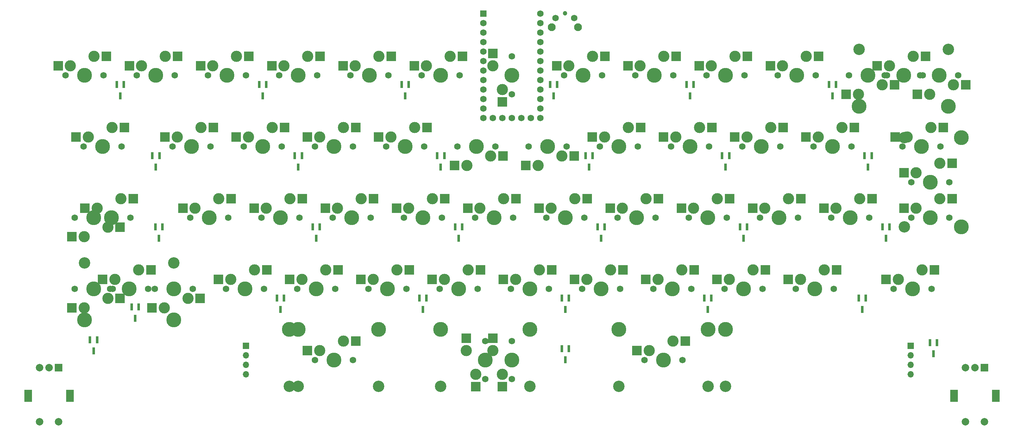
<source format=gbs>
G04 #@! TF.GenerationSoftware,KiCad,Pcbnew,(6.0.1-0)*
G04 #@! TF.CreationDate,2022-06-20T16:47:26-07:00*
G04 #@! TF.ProjectId,sketchy_v2,736b6574-6368-4795-9f76-322e6b696361,1*
G04 #@! TF.SameCoordinates,Original*
G04 #@! TF.FileFunction,Soldermask,Bot*
G04 #@! TF.FilePolarity,Negative*
%FSLAX46Y46*%
G04 Gerber Fmt 4.6, Leading zero omitted, Abs format (unit mm)*
G04 Created by KiCad (PCBNEW (6.0.1-0)) date 2022-06-20 16:47:26*
%MOMM*%
%LPD*%
G01*
G04 APERTURE LIST*
%ADD10R,1.700000X1.700000*%
%ADD11O,1.700000X1.700000*%
%ADD12R,2.000000X2.000000*%
%ADD13C,2.000000*%
%ADD14R,2.000000X3.200000*%
%ADD15R,1.752600X1.752600*%
%ADD16C,1.752600*%
%ADD17C,1.750000*%
%ADD18C,3.000000*%
%ADD19C,3.987800*%
%ADD20R,2.550000X2.500000*%
%ADD21C,3.048000*%
%ADD22R,2.500000X2.550000*%
%ADD23C,1.200000*%
%ADD24C,2.100000*%
%ADD25R,0.800000X1.900000*%
G04 APERTURE END LIST*
D10*
X255085750Y-121602500D03*
D11*
X255085750Y-124142500D03*
X255085750Y-126682500D03*
X255085750Y-129222500D03*
D12*
X274756250Y-127437500D03*
D13*
X269756250Y-127437500D03*
X272256250Y-127437500D03*
D14*
X277856250Y-134937500D03*
X266656250Y-134937500D03*
D13*
X269756250Y-141937500D03*
X274756250Y-141937500D03*
D12*
X27106250Y-127437500D03*
D13*
X22106250Y-127437500D03*
X24606250Y-127437500D03*
D14*
X30206250Y-134937500D03*
X19006250Y-134937500D03*
D13*
X22106250Y-141937500D03*
X27106250Y-141937500D03*
D10*
X77285750Y-121602500D03*
D11*
X77285750Y-124142500D03*
X77285750Y-126682500D03*
X77285750Y-129222500D03*
D15*
X140811250Y-32702500D03*
D16*
X140811250Y-35242500D03*
X140811250Y-37782500D03*
X140811250Y-40322500D03*
X140811250Y-42862500D03*
X140811250Y-45402500D03*
X140811250Y-47942500D03*
X140811250Y-50482500D03*
X140811250Y-53022500D03*
X140811250Y-55562500D03*
X140811250Y-58102500D03*
X140811250Y-60642500D03*
X156051250Y-60642500D03*
X156051250Y-58102500D03*
X156051250Y-55562500D03*
X156051250Y-53022500D03*
X156051250Y-50482500D03*
X156051250Y-47942500D03*
X156051250Y-45402500D03*
X156051250Y-42862500D03*
X156051250Y-40322500D03*
X156051250Y-37782500D03*
X156051250Y-35242500D03*
X156051250Y-32702500D03*
X143351250Y-60642500D03*
X145891250Y-60642500D03*
X148431250Y-60642500D03*
X150971250Y-60642500D03*
X153511250Y-60642500D03*
D17*
X120173750Y-106362500D03*
X110013750Y-106362500D03*
D18*
X117633750Y-101282500D03*
D19*
X115093750Y-106362500D03*
D18*
X111283750Y-103822500D03*
D20*
X108008750Y-103822500D03*
X120935750Y-101282500D03*
D17*
X148431250Y-130492500D03*
D21*
X205581250Y-132397500D03*
D18*
X143351250Y-122872500D03*
D19*
X148431250Y-125412500D03*
D21*
X91281250Y-132397500D03*
D19*
X205581250Y-117157500D03*
X91281250Y-117157500D03*
D17*
X148431250Y-120332500D03*
D18*
X145891250Y-129222500D03*
D22*
X145891250Y-132497500D03*
X143351250Y-119570500D03*
D17*
X201136250Y-68262500D03*
D18*
X198596250Y-63182500D03*
X192246250Y-65722500D03*
D19*
X196056250Y-68262500D03*
D17*
X190976250Y-68262500D03*
D20*
X188971250Y-65722500D03*
X201898250Y-63182500D03*
D17*
X152876250Y-68262500D03*
X163036250Y-68262500D03*
D18*
X155416250Y-73342500D03*
X161766250Y-70802500D03*
D19*
X157956250Y-68262500D03*
D20*
X165041250Y-70802500D03*
X152114250Y-73342500D03*
D17*
X148431250Y-44132500D03*
D18*
X145891250Y-53022500D03*
D19*
X148431250Y-49212500D03*
D17*
X148431250Y-54292500D03*
D18*
X143351250Y-46672500D03*
D22*
X145891250Y-56297500D03*
X143351250Y-43370500D03*
D18*
X116046250Y-65722500D03*
X122396250Y-63182500D03*
D19*
X119856250Y-68262500D03*
D17*
X114776250Y-68262500D03*
X124936250Y-68262500D03*
D20*
X112771250Y-65722500D03*
X125698250Y-63182500D03*
D18*
X42227500Y-103822500D03*
D21*
X57975500Y-99377500D03*
D19*
X57975500Y-114617500D03*
D17*
X40957500Y-106362500D03*
D19*
X46037500Y-106362500D03*
X34099500Y-114617500D03*
D18*
X48577500Y-101282500D03*
D21*
X34099500Y-99377500D03*
D17*
X51117500Y-106362500D03*
D20*
X38952500Y-103822500D03*
X51879500Y-101282500D03*
D18*
X55403750Y-111442500D03*
D19*
X57943750Y-106362500D03*
D18*
X61753750Y-108902500D03*
D17*
X52863750Y-106362500D03*
X63023750Y-106362500D03*
D20*
X65028750Y-108902500D03*
X52101750Y-111442500D03*
D17*
X81438750Y-87312500D03*
D19*
X86518750Y-87312500D03*
D18*
X89058750Y-82232500D03*
X82708750Y-84772500D03*
D17*
X91598750Y-87312500D03*
D20*
X79433750Y-84772500D03*
X92360750Y-82232500D03*
D17*
X67786250Y-68262500D03*
D18*
X58896250Y-65722500D03*
D17*
X57626250Y-68262500D03*
D18*
X65246250Y-63182500D03*
D19*
X62706250Y-68262500D03*
D20*
X55621250Y-65722500D03*
X68548250Y-63182500D03*
D18*
X170021250Y-44132500D03*
D19*
X167481250Y-49212500D03*
D18*
X163671250Y-46672500D03*
D17*
X162401250Y-49212500D03*
X172561250Y-49212500D03*
D20*
X160396250Y-46672500D03*
X173323250Y-44132500D03*
D21*
X241268250Y-42227500D03*
D17*
X258286250Y-49212500D03*
X248126250Y-49212500D03*
D18*
X249396250Y-46672500D03*
X255746250Y-44132500D03*
D21*
X265144250Y-42227500D03*
D19*
X241268250Y-57467500D03*
X253206250Y-49212500D03*
X265144250Y-57467500D03*
D20*
X246121250Y-46672500D03*
X259048250Y-44132500D03*
D19*
X88868250Y-117157500D03*
D18*
X96996250Y-122872500D03*
X103346250Y-120332500D03*
D21*
X112744250Y-132397500D03*
D19*
X100806250Y-125412500D03*
D21*
X88868250Y-132397500D03*
D17*
X105886250Y-125412500D03*
D19*
X112744250Y-117157500D03*
D17*
X95726250Y-125412500D03*
D20*
X93721250Y-122872500D03*
X106648250Y-120332500D03*
D18*
X187483750Y-103822500D03*
D17*
X196373750Y-106362500D03*
D19*
X191293750Y-106362500D03*
D17*
X186213750Y-106362500D03*
D18*
X193833750Y-101282500D03*
D20*
X184208750Y-103822500D03*
X197135750Y-101282500D03*
D19*
X124618750Y-87312500D03*
D17*
X119538750Y-87312500D03*
D18*
X120808750Y-84772500D03*
D17*
X129698750Y-87312500D03*
D18*
X127158750Y-82232500D03*
D20*
X117533750Y-84772500D03*
X130460750Y-82232500D03*
D19*
X41275000Y-87312500D03*
D18*
X43815000Y-82232500D03*
D17*
X46355000Y-87312500D03*
X36195000Y-87312500D03*
D18*
X37465000Y-84772500D03*
D20*
X34190000Y-84772500D03*
X47117000Y-82232500D03*
D18*
X173196250Y-65722500D03*
D19*
X177006250Y-68262500D03*
D18*
X179546250Y-63182500D03*
D17*
X182086250Y-68262500D03*
X171926250Y-68262500D03*
D20*
X169921250Y-65722500D03*
X182848250Y-63182500D03*
D19*
X176974500Y-117157500D03*
X200850500Y-117157500D03*
D18*
X191452500Y-120332500D03*
D17*
X183832500Y-125412500D03*
D19*
X188912500Y-125412500D03*
D17*
X193992500Y-125412500D03*
D18*
X185102500Y-122872500D03*
D21*
X200850500Y-132397500D03*
X176974500Y-132397500D03*
D20*
X181827500Y-122872500D03*
X194754500Y-120332500D03*
D18*
X136366250Y-73342500D03*
D19*
X138906250Y-68262500D03*
D18*
X142716250Y-70802500D03*
D17*
X143986250Y-68262500D03*
X133826250Y-68262500D03*
D20*
X145991250Y-70802500D03*
X133064250Y-73342500D03*
D18*
X256540000Y-84772500D03*
D17*
X255270000Y-87312500D03*
D18*
X262890000Y-82232500D03*
D19*
X260350000Y-87312500D03*
D17*
X265430000Y-87312500D03*
D20*
X253265000Y-84772500D03*
X266192000Y-82232500D03*
D19*
X134143750Y-106362500D03*
D18*
X130333750Y-103822500D03*
X136683750Y-101282500D03*
D17*
X139223750Y-106362500D03*
X129063750Y-106362500D03*
D20*
X127058750Y-103822500D03*
X139985750Y-101282500D03*
D17*
X76676250Y-68262500D03*
D18*
X77946250Y-65722500D03*
D17*
X86836250Y-68262500D03*
D19*
X81756250Y-68262500D03*
D18*
X84296250Y-63182500D03*
D20*
X74671250Y-65722500D03*
X87598250Y-63182500D03*
D18*
X101758750Y-84772500D03*
D17*
X100488750Y-87312500D03*
D19*
X105568750Y-87312500D03*
D17*
X110648750Y-87312500D03*
D18*
X108108750Y-82232500D03*
D20*
X98483750Y-84772500D03*
X111410750Y-82232500D03*
D17*
X205898750Y-87312500D03*
X195738750Y-87312500D03*
D18*
X197008750Y-84772500D03*
X203358750Y-82232500D03*
D19*
X200818750Y-87312500D03*
D20*
X193733750Y-84772500D03*
X206660750Y-82232500D03*
D19*
X96043750Y-106362500D03*
D17*
X90963750Y-106362500D03*
D18*
X98583750Y-101282500D03*
D17*
X101123750Y-106362500D03*
D18*
X92233750Y-103822500D03*
D20*
X88958750Y-103822500D03*
X101885750Y-101282500D03*
D19*
X268605000Y-89725500D03*
D17*
X265430000Y-77787500D03*
X255270000Y-77787500D03*
D21*
X253365000Y-65849500D03*
D18*
X256540000Y-75247500D03*
D21*
X253365000Y-89725500D03*
D18*
X262890000Y-72707500D03*
D19*
X268605000Y-65849500D03*
X260350000Y-77787500D03*
D20*
X253265000Y-75247500D03*
X266192000Y-72707500D03*
D18*
X220821250Y-46672500D03*
X227171250Y-44132500D03*
D19*
X224631250Y-49212500D03*
D17*
X229711250Y-49212500D03*
X219551250Y-49212500D03*
D20*
X217546250Y-46672500D03*
X230473250Y-44132500D03*
D18*
X212883750Y-101282500D03*
D17*
X215423750Y-106362500D03*
X205263750Y-106362500D03*
D18*
X206533750Y-103822500D03*
D19*
X210343750Y-106362500D03*
D20*
X203258750Y-103822500D03*
X216185750Y-101282500D03*
D17*
X48101250Y-49212500D03*
D18*
X55721250Y-44132500D03*
D17*
X58261250Y-49212500D03*
D18*
X49371250Y-46672500D03*
D19*
X53181250Y-49212500D03*
D20*
X46096250Y-46672500D03*
X59023250Y-44132500D03*
D18*
X73183750Y-103822500D03*
D19*
X76993750Y-106362500D03*
D17*
X71913750Y-106362500D03*
D18*
X79533750Y-101282500D03*
D17*
X82073750Y-106362500D03*
D20*
X69908750Y-103822500D03*
X82835750Y-101282500D03*
D21*
X129349500Y-132397500D03*
X153225500Y-132397500D03*
D18*
X136207500Y-122872500D03*
D19*
X129349500Y-117157500D03*
D17*
X141287500Y-130492500D03*
D18*
X138747500Y-129222500D03*
D19*
X153225500Y-117157500D03*
D17*
X141287500Y-120332500D03*
D19*
X141287500Y-125412500D03*
D22*
X138747500Y-132497500D03*
X136207500Y-119570500D03*
D19*
X72231250Y-49212500D03*
D18*
X74771250Y-44132500D03*
D17*
X67151250Y-49212500D03*
D18*
X68421250Y-46672500D03*
D17*
X77311250Y-49212500D03*
D20*
X65146250Y-46672500D03*
X78073250Y-44132500D03*
D18*
X189071250Y-44132500D03*
D17*
X181451250Y-49212500D03*
D19*
X186531250Y-49212500D03*
D18*
X182721250Y-46672500D03*
D17*
X191611250Y-49212500D03*
D20*
X179446250Y-46672500D03*
X192373250Y-44132500D03*
D18*
X260191250Y-54292500D03*
X266541250Y-51752500D03*
D17*
X267811250Y-49212500D03*
D19*
X262731250Y-49212500D03*
D17*
X257651250Y-49212500D03*
D20*
X269816250Y-51752500D03*
X256889250Y-54292500D03*
D18*
X36671250Y-44132500D03*
D17*
X29051250Y-49212500D03*
D19*
X34131250Y-49212500D03*
D18*
X30321250Y-46672500D03*
D17*
X39211250Y-49212500D03*
D20*
X27046250Y-46672500D03*
X39973250Y-44132500D03*
D17*
X220186250Y-68262500D03*
D18*
X211296250Y-65722500D03*
X217646250Y-63182500D03*
D19*
X215106250Y-68262500D03*
D17*
X210026250Y-68262500D03*
D20*
X208021250Y-65722500D03*
X220948250Y-63182500D03*
D17*
X234473750Y-106362500D03*
D18*
X231933750Y-101282500D03*
D17*
X224313750Y-106362500D03*
D18*
X225583750Y-103822500D03*
D19*
X229393750Y-106362500D03*
D20*
X222308750Y-103822500D03*
X235235750Y-101282500D03*
D18*
X63658750Y-84772500D03*
D17*
X62388750Y-87312500D03*
X72548750Y-87312500D03*
D18*
X70008750Y-82232500D03*
D19*
X67468750Y-87312500D03*
D20*
X60383750Y-84772500D03*
X73310750Y-82232500D03*
D18*
X216058750Y-84772500D03*
D19*
X219868750Y-87312500D03*
D18*
X222408750Y-82232500D03*
D17*
X214788750Y-87312500D03*
X224948750Y-87312500D03*
D20*
X212783750Y-84772500D03*
X225710750Y-82232500D03*
D19*
X257968750Y-68262500D03*
D17*
X263048750Y-68262500D03*
D18*
X260508750Y-63182500D03*
D17*
X252888750Y-68262500D03*
D18*
X254158750Y-65722500D03*
D20*
X250883750Y-65722500D03*
X263810750Y-63182500D03*
D17*
X200501250Y-49212500D03*
D18*
X208121250Y-44132500D03*
X201771250Y-46672500D03*
D19*
X205581250Y-49212500D03*
D17*
X210661250Y-49212500D03*
D20*
X198496250Y-46672500D03*
X211423250Y-44132500D03*
D17*
X41592500Y-87312500D03*
D19*
X36512500Y-87312500D03*
D17*
X31432500Y-87312500D03*
D18*
X40322500Y-89852500D03*
X33972500Y-92392500D03*
D20*
X43597500Y-89852500D03*
X30670500Y-92392500D03*
D18*
X177958750Y-84772500D03*
D17*
X186848750Y-87312500D03*
D18*
X184308750Y-82232500D03*
D17*
X176688750Y-87312500D03*
D19*
X181768750Y-87312500D03*
D20*
X174683750Y-84772500D03*
X187610750Y-82232500D03*
D19*
X243681250Y-49212500D03*
D18*
X241141250Y-54292500D03*
D17*
X238601250Y-49212500D03*
D18*
X247491250Y-51752500D03*
D17*
X248761250Y-49212500D03*
D20*
X250766250Y-51752500D03*
X237839250Y-54292500D03*
D18*
X149383750Y-103822500D03*
D17*
X148113750Y-106362500D03*
X158273750Y-106362500D03*
D18*
X155733750Y-101282500D03*
D19*
X153193750Y-106362500D03*
D20*
X146108750Y-103822500D03*
X159035750Y-101282500D03*
D17*
X167798750Y-87312500D03*
D18*
X158908750Y-84772500D03*
D19*
X162718750Y-87312500D03*
D18*
X165258750Y-82232500D03*
D17*
X157638750Y-87312500D03*
D20*
X155633750Y-84772500D03*
X168560750Y-82232500D03*
D17*
X250507500Y-106362500D03*
D18*
X258127500Y-101282500D03*
X251777500Y-103822500D03*
D19*
X255587500Y-106362500D03*
D17*
X260667500Y-106362500D03*
D20*
X248502500Y-103822500D03*
X261429500Y-101282500D03*
D18*
X35083750Y-65722500D03*
X41433750Y-63182500D03*
D19*
X38893750Y-68262500D03*
D17*
X43973750Y-68262500D03*
X33813750Y-68262500D03*
D20*
X31808750Y-65722500D03*
X44735750Y-63182500D03*
D18*
X33972500Y-111442500D03*
D19*
X36512500Y-106362500D03*
D18*
X40322500Y-108902500D03*
D17*
X31432500Y-106362500D03*
X41592500Y-106362500D03*
D20*
X43597500Y-108902500D03*
X30670500Y-111442500D03*
D18*
X93821250Y-44132500D03*
D19*
X91281250Y-49212500D03*
D18*
X87471250Y-46672500D03*
D17*
X96361250Y-49212500D03*
X86201250Y-49212500D03*
D20*
X84196250Y-46672500D03*
X97123250Y-44132500D03*
D19*
X129381250Y-49212500D03*
D17*
X124301250Y-49212500D03*
D18*
X125571250Y-46672500D03*
X131921250Y-44132500D03*
D17*
X134461250Y-49212500D03*
D20*
X122296250Y-46672500D03*
X135223250Y-44132500D03*
D18*
X146208750Y-82232500D03*
D17*
X148748750Y-87312500D03*
D19*
X143668750Y-87312500D03*
D17*
X138588750Y-87312500D03*
D18*
X139858750Y-84772500D03*
D20*
X136583750Y-84772500D03*
X149510750Y-82232500D03*
D19*
X238918750Y-87312500D03*
D18*
X241458750Y-82232500D03*
X235108750Y-84772500D03*
D17*
X243998750Y-87312500D03*
X233838750Y-87312500D03*
D20*
X231833750Y-84772500D03*
X244760750Y-82232500D03*
D17*
X229076250Y-68262500D03*
X239236250Y-68262500D03*
D18*
X236696250Y-63182500D03*
X230346250Y-65722500D03*
D19*
X234156250Y-68262500D03*
D20*
X227071250Y-65722500D03*
X239998250Y-63182500D03*
D18*
X168433750Y-103822500D03*
D17*
X167163750Y-106362500D03*
D18*
X174783750Y-101282500D03*
D17*
X177323750Y-106362500D03*
D19*
X172243750Y-106362500D03*
D20*
X165158750Y-103822500D03*
X178085750Y-101282500D03*
D18*
X96996250Y-65722500D03*
D17*
X95726250Y-68262500D03*
X105886250Y-68262500D03*
D18*
X103346250Y-63182500D03*
D19*
X100806250Y-68262500D03*
D20*
X93721250Y-65722500D03*
X106648250Y-63182500D03*
D18*
X106521250Y-46672500D03*
D19*
X110331250Y-49212500D03*
D18*
X112871250Y-44132500D03*
D17*
X105251250Y-49212500D03*
X115411250Y-49212500D03*
D20*
X103246250Y-46672500D03*
X116173250Y-44132500D03*
D23*
X162600000Y-32633750D03*
D24*
X166100000Y-36333750D03*
X159090000Y-36333750D03*
D17*
X165100000Y-33843750D03*
X160100000Y-33843750D03*
D25*
X42706250Y-51681250D03*
X44606250Y-51681250D03*
X43656250Y-54681250D03*
X80806250Y-51681250D03*
X82706250Y-51681250D03*
X81756250Y-54681250D03*
X195106250Y-51681250D03*
X197006250Y-51681250D03*
X196056250Y-54681250D03*
X247493750Y-89781250D03*
X249393750Y-89781250D03*
X248443750Y-92781250D03*
X46675000Y-111212500D03*
X48575000Y-111212500D03*
X47625000Y-114212500D03*
X53025000Y-89781250D03*
X54925000Y-89781250D03*
X53975000Y-92781250D03*
X161768750Y-122325000D03*
X163668750Y-122325000D03*
X162718750Y-125325000D03*
X158593750Y-51681250D03*
X160493750Y-51681250D03*
X159543750Y-54681250D03*
X123668750Y-108831250D03*
X125568750Y-108831250D03*
X124618750Y-111831250D03*
X199868750Y-108831250D03*
X201768750Y-108831250D03*
X200818750Y-111831250D03*
X133193750Y-89781250D03*
X135093750Y-89781250D03*
X134143750Y-92781250D03*
X52231250Y-70731250D03*
X54131250Y-70731250D03*
X53181250Y-73731250D03*
X260193750Y-120737500D03*
X262093750Y-120737500D03*
X261143750Y-123737500D03*
X35562500Y-119943750D03*
X37462500Y-119943750D03*
X36512500Y-122943750D03*
X204631250Y-70731250D03*
X206531250Y-70731250D03*
X205581250Y-73731250D03*
X171293750Y-89781250D03*
X173193750Y-89781250D03*
X172243750Y-92781250D03*
X95093750Y-89781250D03*
X96993750Y-89781250D03*
X96043750Y-92781250D03*
X128431250Y-70731250D03*
X130331250Y-70731250D03*
X129381250Y-73731250D03*
X241143750Y-108831250D03*
X243043750Y-108831250D03*
X242093750Y-111831250D03*
X233206250Y-51681250D03*
X235106250Y-51681250D03*
X234156250Y-54681250D03*
X85568750Y-108831250D03*
X87468750Y-108831250D03*
X86518750Y-111831250D03*
X118906250Y-51681250D03*
X120806250Y-51681250D03*
X119856250Y-54681250D03*
X168118750Y-70731250D03*
X170018750Y-70731250D03*
X169068750Y-73731250D03*
X90331250Y-70731250D03*
X92231250Y-70731250D03*
X91281250Y-73731250D03*
X161768750Y-108831250D03*
X163668750Y-108831250D03*
X162718750Y-111831250D03*
X209393750Y-89781250D03*
X211293750Y-89781250D03*
X210343750Y-92781250D03*
X242731250Y-70731250D03*
X244631250Y-70731250D03*
X243681250Y-73731250D03*
M02*

</source>
